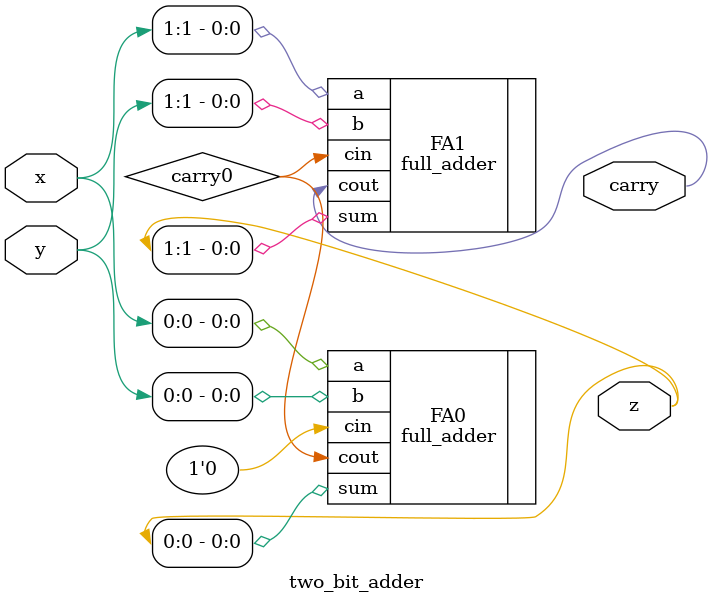
<source format=v>
`timescale 1ns / 1ps
module two_bit_adder(x,y,z,carry
    );
	 input [1:0]x;
	 input [1:0]y;
	 output [1:0]z;
	 output carry;
	 wire carry;
	 wire carry0;
	 full_adder FA0 (.a(x[0]),.b(y[0]),.cin(1'b0),.sum(z[0]),.cout(carry0));
    full_adder FA1 (.a(x[1]),.b(y[1]),.cin(carry0),.sum(z[1]),.cout(carry));

endmodule

</source>
